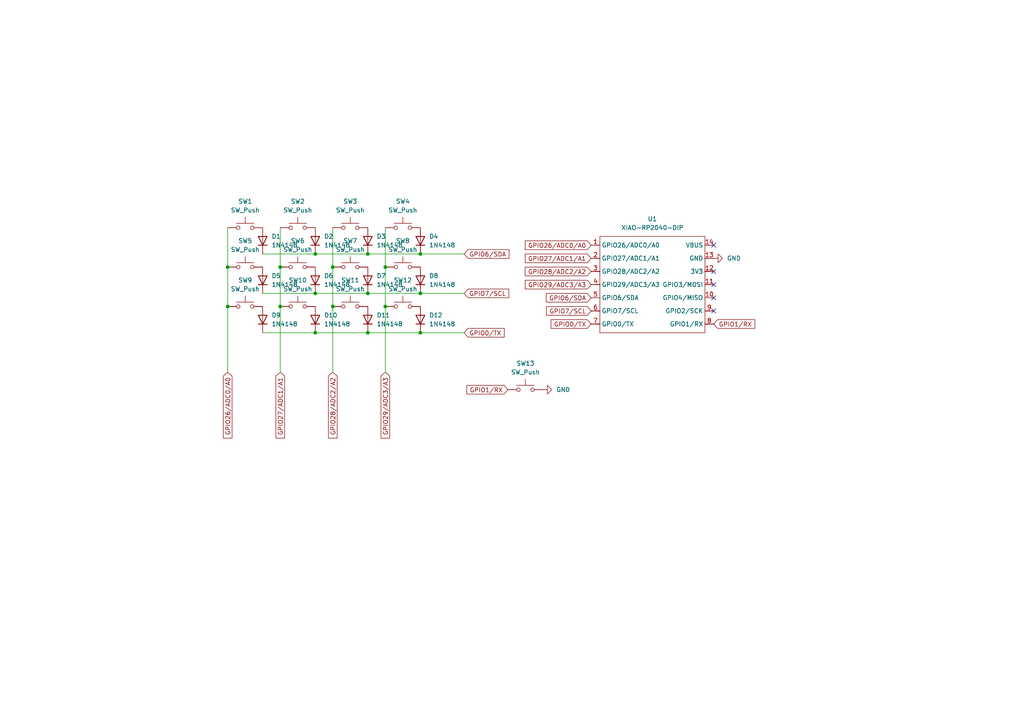
<source format=kicad_sch>
(kicad_sch
	(version 20250114)
	(generator "eeschema")
	(generator_version "9.0")
	(uuid "e9bf510c-f3d9-4773-a898-6fda7687b85d")
	(paper "A4")
	(lib_symbols
		(symbol "Diode:1N4148"
			(pin_numbers
				(hide yes)
			)
			(pin_names
				(hide yes)
			)
			(exclude_from_sim no)
			(in_bom yes)
			(on_board yes)
			(property "Reference" "D"
				(at 0 2.54 0)
				(effects
					(font
						(size 1.27 1.27)
					)
				)
			)
			(property "Value" "1N4148"
				(at 0 -2.54 0)
				(effects
					(font
						(size 1.27 1.27)
					)
				)
			)
			(property "Footprint" "Diode_THT:D_DO-35_SOD27_P7.62mm_Horizontal"
				(at 0 0 0)
				(effects
					(font
						(size 1.27 1.27)
					)
					(hide yes)
				)
			)
			(property "Datasheet" "https://assets.nexperia.com/documents/data-sheet/1N4148_1N4448.pdf"
				(at 0 0 0)
				(effects
					(font
						(size 1.27 1.27)
					)
					(hide yes)
				)
			)
			(property "Description" "100V 0.15A standard switching diode, DO-35"
				(at 0 0 0)
				(effects
					(font
						(size 1.27 1.27)
					)
					(hide yes)
				)
			)
			(property "Sim.Device" "D"
				(at 0 0 0)
				(effects
					(font
						(size 1.27 1.27)
					)
					(hide yes)
				)
			)
			(property "Sim.Pins" "1=K 2=A"
				(at 0 0 0)
				(effects
					(font
						(size 1.27 1.27)
					)
					(hide yes)
				)
			)
			(property "ki_keywords" "diode"
				(at 0 0 0)
				(effects
					(font
						(size 1.27 1.27)
					)
					(hide yes)
				)
			)
			(property "ki_fp_filters" "D*DO?35*"
				(at 0 0 0)
				(effects
					(font
						(size 1.27 1.27)
					)
					(hide yes)
				)
			)
			(symbol "1N4148_0_1"
				(polyline
					(pts
						(xy -1.27 1.27) (xy -1.27 -1.27)
					)
					(stroke
						(width 0.254)
						(type default)
					)
					(fill
						(type none)
					)
				)
				(polyline
					(pts
						(xy 1.27 1.27) (xy 1.27 -1.27) (xy -1.27 0) (xy 1.27 1.27)
					)
					(stroke
						(width 0.254)
						(type default)
					)
					(fill
						(type none)
					)
				)
				(polyline
					(pts
						(xy 1.27 0) (xy -1.27 0)
					)
					(stroke
						(width 0)
						(type default)
					)
					(fill
						(type none)
					)
				)
			)
			(symbol "1N4148_1_1"
				(pin passive line
					(at -3.81 0 0)
					(length 2.54)
					(name "K"
						(effects
							(font
								(size 1.27 1.27)
							)
						)
					)
					(number "1"
						(effects
							(font
								(size 1.27 1.27)
							)
						)
					)
				)
				(pin passive line
					(at 3.81 0 180)
					(length 2.54)
					(name "A"
						(effects
							(font
								(size 1.27 1.27)
							)
						)
					)
					(number "2"
						(effects
							(font
								(size 1.27 1.27)
							)
						)
					)
				)
			)
			(embedded_fonts no)
		)
		(symbol "Seeed_Studio_XIAO_Series:XIAO-RP2040-DIP"
			(exclude_from_sim no)
			(in_bom yes)
			(on_board yes)
			(property "Reference" "U"
				(at 0 0 0)
				(effects
					(font
						(size 1.27 1.27)
					)
				)
			)
			(property "Value" "XIAO-RP2040-DIP"
				(at 5.334 -1.778 0)
				(effects
					(font
						(size 1.27 1.27)
					)
				)
			)
			(property "Footprint" "Module:MOUDLE14P-XIAO-DIP-SMD"
				(at 14.478 -32.258 0)
				(effects
					(font
						(size 1.27 1.27)
					)
					(hide yes)
				)
			)
			(property "Datasheet" ""
				(at 0 0 0)
				(effects
					(font
						(size 1.27 1.27)
					)
					(hide yes)
				)
			)
			(property "Description" ""
				(at 0 0 0)
				(effects
					(font
						(size 1.27 1.27)
					)
					(hide yes)
				)
			)
			(symbol "XIAO-RP2040-DIP_1_0"
				(polyline
					(pts
						(xy -1.27 -2.54) (xy 29.21 -2.54)
					)
					(stroke
						(width 0.1524)
						(type solid)
					)
					(fill
						(type none)
					)
				)
				(polyline
					(pts
						(xy -1.27 -5.08) (xy -2.54 -5.08)
					)
					(stroke
						(width 0.1524)
						(type solid)
					)
					(fill
						(type none)
					)
				)
				(polyline
					(pts
						(xy -1.27 -5.08) (xy -1.27 -2.54)
					)
					(stroke
						(width 0.1524)
						(type solid)
					)
					(fill
						(type none)
					)
				)
				(polyline
					(pts
						(xy -1.27 -8.89) (xy -2.54 -8.89)
					)
					(stroke
						(width 0.1524)
						(type solid)
					)
					(fill
						(type none)
					)
				)
				(polyline
					(pts
						(xy -1.27 -8.89) (xy -1.27 -5.08)
					)
					(stroke
						(width 0.1524)
						(type solid)
					)
					(fill
						(type none)
					)
				)
				(polyline
					(pts
						(xy -1.27 -12.7) (xy -2.54 -12.7)
					)
					(stroke
						(width 0.1524)
						(type solid)
					)
					(fill
						(type none)
					)
				)
				(polyline
					(pts
						(xy -1.27 -12.7) (xy -1.27 -8.89)
					)
					(stroke
						(width 0.1524)
						(type solid)
					)
					(fill
						(type none)
					)
				)
				(polyline
					(pts
						(xy -1.27 -16.51) (xy -2.54 -16.51)
					)
					(stroke
						(width 0.1524)
						(type solid)
					)
					(fill
						(type none)
					)
				)
				(polyline
					(pts
						(xy -1.27 -16.51) (xy -1.27 -12.7)
					)
					(stroke
						(width 0.1524)
						(type solid)
					)
					(fill
						(type none)
					)
				)
				(polyline
					(pts
						(xy -1.27 -20.32) (xy -2.54 -20.32)
					)
					(stroke
						(width 0.1524)
						(type solid)
					)
					(fill
						(type none)
					)
				)
				(polyline
					(pts
						(xy -1.27 -24.13) (xy -2.54 -24.13)
					)
					(stroke
						(width 0.1524)
						(type solid)
					)
					(fill
						(type none)
					)
				)
				(polyline
					(pts
						(xy -1.27 -27.94) (xy -2.54 -27.94)
					)
					(stroke
						(width 0.1524)
						(type solid)
					)
					(fill
						(type none)
					)
				)
				(polyline
					(pts
						(xy -1.27 -30.48) (xy -1.27 -16.51)
					)
					(stroke
						(width 0.1524)
						(type solid)
					)
					(fill
						(type none)
					)
				)
				(polyline
					(pts
						(xy 29.21 -2.54) (xy 29.21 -5.08)
					)
					(stroke
						(width 0.1524)
						(type solid)
					)
					(fill
						(type none)
					)
				)
				(polyline
					(pts
						(xy 29.21 -5.08) (xy 29.21 -8.89)
					)
					(stroke
						(width 0.1524)
						(type solid)
					)
					(fill
						(type none)
					)
				)
				(polyline
					(pts
						(xy 29.21 -8.89) (xy 29.21 -12.7)
					)
					(stroke
						(width 0.1524)
						(type solid)
					)
					(fill
						(type none)
					)
				)
				(polyline
					(pts
						(xy 29.21 -12.7) (xy 29.21 -30.48)
					)
					(stroke
						(width 0.1524)
						(type solid)
					)
					(fill
						(type none)
					)
				)
				(polyline
					(pts
						(xy 29.21 -30.48) (xy -1.27 -30.48)
					)
					(stroke
						(width 0.1524)
						(type solid)
					)
					(fill
						(type none)
					)
				)
				(polyline
					(pts
						(xy 30.48 -5.08) (xy 29.21 -5.08)
					)
					(stroke
						(width 0.1524)
						(type solid)
					)
					(fill
						(type none)
					)
				)
				(polyline
					(pts
						(xy 30.48 -8.89) (xy 29.21 -8.89)
					)
					(stroke
						(width 0.1524)
						(type solid)
					)
					(fill
						(type none)
					)
				)
				(polyline
					(pts
						(xy 30.48 -12.7) (xy 29.21 -12.7)
					)
					(stroke
						(width 0.1524)
						(type solid)
					)
					(fill
						(type none)
					)
				)
				(polyline
					(pts
						(xy 30.48 -16.51) (xy 29.21 -16.51)
					)
					(stroke
						(width 0.1524)
						(type solid)
					)
					(fill
						(type none)
					)
				)
				(polyline
					(pts
						(xy 30.48 -20.32) (xy 29.21 -20.32)
					)
					(stroke
						(width 0.1524)
						(type solid)
					)
					(fill
						(type none)
					)
				)
				(polyline
					(pts
						(xy 30.48 -24.13) (xy 29.21 -24.13)
					)
					(stroke
						(width 0.1524)
						(type solid)
					)
					(fill
						(type none)
					)
				)
				(polyline
					(pts
						(xy 30.48 -27.94) (xy 29.21 -27.94)
					)
					(stroke
						(width 0.1524)
						(type solid)
					)
					(fill
						(type none)
					)
				)
				(pin passive line
					(at -3.81 -5.08 0)
					(length 2.54)
					(name "GPIO26/ADC0/A0"
						(effects
							(font
								(size 1.27 1.27)
							)
						)
					)
					(number "1"
						(effects
							(font
								(size 1.27 1.27)
							)
						)
					)
				)
				(pin passive line
					(at -3.81 -8.89 0)
					(length 2.54)
					(name "GPIO27/ADC1/A1"
						(effects
							(font
								(size 1.27 1.27)
							)
						)
					)
					(number "2"
						(effects
							(font
								(size 1.27 1.27)
							)
						)
					)
				)
				(pin passive line
					(at -3.81 -12.7 0)
					(length 2.54)
					(name "GPIO28/ADC2/A2"
						(effects
							(font
								(size 1.27 1.27)
							)
						)
					)
					(number "3"
						(effects
							(font
								(size 1.27 1.27)
							)
						)
					)
				)
				(pin passive line
					(at -3.81 -16.51 0)
					(length 2.54)
					(name "GPIO29/ADC3/A3"
						(effects
							(font
								(size 1.27 1.27)
							)
						)
					)
					(number "4"
						(effects
							(font
								(size 1.27 1.27)
							)
						)
					)
				)
				(pin passive line
					(at -3.81 -20.32 0)
					(length 2.54)
					(name "GPIO6/SDA"
						(effects
							(font
								(size 1.27 1.27)
							)
						)
					)
					(number "5"
						(effects
							(font
								(size 1.27 1.27)
							)
						)
					)
				)
				(pin passive line
					(at -3.81 -24.13 0)
					(length 2.54)
					(name "GPIO7/SCL"
						(effects
							(font
								(size 1.27 1.27)
							)
						)
					)
					(number "6"
						(effects
							(font
								(size 1.27 1.27)
							)
						)
					)
				)
				(pin passive line
					(at -3.81 -27.94 0)
					(length 2.54)
					(name "GPIO0/TX"
						(effects
							(font
								(size 1.27 1.27)
							)
						)
					)
					(number "7"
						(effects
							(font
								(size 1.27 1.27)
							)
						)
					)
				)
				(pin passive line
					(at 31.75 -5.08 180)
					(length 2.54)
					(name "VBUS"
						(effects
							(font
								(size 1.27 1.27)
							)
						)
					)
					(number "14"
						(effects
							(font
								(size 1.27 1.27)
							)
						)
					)
				)
				(pin passive line
					(at 31.75 -8.89 180)
					(length 2.54)
					(name "GND"
						(effects
							(font
								(size 1.27 1.27)
							)
						)
					)
					(number "13"
						(effects
							(font
								(size 1.27 1.27)
							)
						)
					)
				)
				(pin passive line
					(at 31.75 -12.7 180)
					(length 2.54)
					(name "3V3"
						(effects
							(font
								(size 1.27 1.27)
							)
						)
					)
					(number "12"
						(effects
							(font
								(size 1.27 1.27)
							)
						)
					)
				)
				(pin passive line
					(at 31.75 -16.51 180)
					(length 2.54)
					(name "GPIO3/MOSI"
						(effects
							(font
								(size 1.27 1.27)
							)
						)
					)
					(number "11"
						(effects
							(font
								(size 1.27 1.27)
							)
						)
					)
				)
				(pin passive line
					(at 31.75 -20.32 180)
					(length 2.54)
					(name "GPIO4/MISO"
						(effects
							(font
								(size 1.27 1.27)
							)
						)
					)
					(number "10"
						(effects
							(font
								(size 1.27 1.27)
							)
						)
					)
				)
				(pin passive line
					(at 31.75 -24.13 180)
					(length 2.54)
					(name "GPIO2/SCK"
						(effects
							(font
								(size 1.27 1.27)
							)
						)
					)
					(number "9"
						(effects
							(font
								(size 1.27 1.27)
							)
						)
					)
				)
				(pin passive line
					(at 31.75 -27.94 180)
					(length 2.54)
					(name "GPIO1/RX"
						(effects
							(font
								(size 1.27 1.27)
							)
						)
					)
					(number "8"
						(effects
							(font
								(size 1.27 1.27)
							)
						)
					)
				)
			)
			(embedded_fonts no)
		)
		(symbol "Switch:SW_Push"
			(pin_numbers
				(hide yes)
			)
			(pin_names
				(offset 1.016)
				(hide yes)
			)
			(exclude_from_sim no)
			(in_bom yes)
			(on_board yes)
			(property "Reference" "SW"
				(at 1.27 2.54 0)
				(effects
					(font
						(size 1.27 1.27)
					)
					(justify left)
				)
			)
			(property "Value" "SW_Push"
				(at 0 -1.524 0)
				(effects
					(font
						(size 1.27 1.27)
					)
				)
			)
			(property "Footprint" ""
				(at 0 5.08 0)
				(effects
					(font
						(size 1.27 1.27)
					)
					(hide yes)
				)
			)
			(property "Datasheet" "~"
				(at 0 5.08 0)
				(effects
					(font
						(size 1.27 1.27)
					)
					(hide yes)
				)
			)
			(property "Description" "Push button switch, generic, two pins"
				(at 0 0 0)
				(effects
					(font
						(size 1.27 1.27)
					)
					(hide yes)
				)
			)
			(property "ki_keywords" "switch normally-open pushbutton push-button"
				(at 0 0 0)
				(effects
					(font
						(size 1.27 1.27)
					)
					(hide yes)
				)
			)
			(symbol "SW_Push_0_1"
				(circle
					(center -2.032 0)
					(radius 0.508)
					(stroke
						(width 0)
						(type default)
					)
					(fill
						(type none)
					)
				)
				(polyline
					(pts
						(xy 0 1.27) (xy 0 3.048)
					)
					(stroke
						(width 0)
						(type default)
					)
					(fill
						(type none)
					)
				)
				(circle
					(center 2.032 0)
					(radius 0.508)
					(stroke
						(width 0)
						(type default)
					)
					(fill
						(type none)
					)
				)
				(polyline
					(pts
						(xy 2.54 1.27) (xy -2.54 1.27)
					)
					(stroke
						(width 0)
						(type default)
					)
					(fill
						(type none)
					)
				)
				(pin passive line
					(at -5.08 0 0)
					(length 2.54)
					(name "1"
						(effects
							(font
								(size 1.27 1.27)
							)
						)
					)
					(number "1"
						(effects
							(font
								(size 1.27 1.27)
							)
						)
					)
				)
				(pin passive line
					(at 5.08 0 180)
					(length 2.54)
					(name "2"
						(effects
							(font
								(size 1.27 1.27)
							)
						)
					)
					(number "2"
						(effects
							(font
								(size 1.27 1.27)
							)
						)
					)
				)
			)
			(embedded_fonts no)
		)
		(symbol "power:GND"
			(power)
			(pin_numbers
				(hide yes)
			)
			(pin_names
				(offset 0)
				(hide yes)
			)
			(exclude_from_sim no)
			(in_bom yes)
			(on_board yes)
			(property "Reference" "#PWR"
				(at 0 -6.35 0)
				(effects
					(font
						(size 1.27 1.27)
					)
					(hide yes)
				)
			)
			(property "Value" "GND"
				(at 0 -3.81 0)
				(effects
					(font
						(size 1.27 1.27)
					)
				)
			)
			(property "Footprint" ""
				(at 0 0 0)
				(effects
					(font
						(size 1.27 1.27)
					)
					(hide yes)
				)
			)
			(property "Datasheet" ""
				(at 0 0 0)
				(effects
					(font
						(size 1.27 1.27)
					)
					(hide yes)
				)
			)
			(property "Description" "Power symbol creates a global label with name \"GND\" , ground"
				(at 0 0 0)
				(effects
					(font
						(size 1.27 1.27)
					)
					(hide yes)
				)
			)
			(property "ki_keywords" "global power"
				(at 0 0 0)
				(effects
					(font
						(size 1.27 1.27)
					)
					(hide yes)
				)
			)
			(symbol "GND_0_1"
				(polyline
					(pts
						(xy 0 0) (xy 0 -1.27) (xy 1.27 -1.27) (xy 0 -2.54) (xy -1.27 -1.27) (xy 0 -1.27)
					)
					(stroke
						(width 0)
						(type default)
					)
					(fill
						(type none)
					)
				)
			)
			(symbol "GND_1_1"
				(pin power_in line
					(at 0 0 270)
					(length 0)
					(name "~"
						(effects
							(font
								(size 1.27 1.27)
							)
						)
					)
					(number "1"
						(effects
							(font
								(size 1.27 1.27)
							)
						)
					)
				)
			)
			(embedded_fonts no)
		)
	)
	(junction
		(at 121.92 85.09)
		(diameter 0)
		(color 0 0 0 0)
		(uuid "03d000ba-ce8e-4bb9-83bd-7c2fe72df58b")
	)
	(junction
		(at 111.76 77.47)
		(diameter 0)
		(color 0 0 0 0)
		(uuid "0d545bd9-568c-4401-9007-d165021649c4")
	)
	(junction
		(at 91.44 73.66)
		(diameter 0)
		(color 0 0 0 0)
		(uuid "490e0ea7-da57-43f8-b818-e8e79b6ee9bb")
	)
	(junction
		(at 106.68 85.09)
		(diameter 0)
		(color 0 0 0 0)
		(uuid "4b5e55eb-6e24-4412-9dbe-8f4d4680d221")
	)
	(junction
		(at 96.52 88.9)
		(diameter 0)
		(color 0 0 0 0)
		(uuid "4d934c74-33e1-4a18-8785-6123b3a0a958")
	)
	(junction
		(at 121.92 73.66)
		(diameter 0)
		(color 0 0 0 0)
		(uuid "6c1638f8-9072-40c6-9a9d-6912c98730dd")
	)
	(junction
		(at 66.04 77.47)
		(diameter 0)
		(color 0 0 0 0)
		(uuid "7f5b489e-5cc5-46db-b035-52318e30b019")
	)
	(junction
		(at 96.52 77.47)
		(diameter 0)
		(color 0 0 0 0)
		(uuid "87452202-8848-4fdb-8ea5-760b23814994")
	)
	(junction
		(at 111.76 88.9)
		(diameter 0)
		(color 0 0 0 0)
		(uuid "8b0bde0b-f57b-4894-83ac-20664b9d5e34")
	)
	(junction
		(at 91.44 96.52)
		(diameter 0)
		(color 0 0 0 0)
		(uuid "926e4ceb-ff48-4043-a6d6-300305b8ce67")
	)
	(junction
		(at 81.28 88.9)
		(diameter 0)
		(color 0 0 0 0)
		(uuid "a13f4177-3b2a-4f45-b926-66c0e7c9d47d")
	)
	(junction
		(at 106.68 96.52)
		(diameter 0)
		(color 0 0 0 0)
		(uuid "a67246e7-5bee-49c3-8f97-5d955336b0d1")
	)
	(junction
		(at 106.68 73.66)
		(diameter 0)
		(color 0 0 0 0)
		(uuid "b4bff6d9-72f9-43ec-b4de-3b2366fbf362")
	)
	(junction
		(at 66.04 88.9)
		(diameter 0)
		(color 0 0 0 0)
		(uuid "c0abaa1f-8692-4163-84fb-e04592a64a4b")
	)
	(junction
		(at 121.92 96.52)
		(diameter 0)
		(color 0 0 0 0)
		(uuid "c69ca07b-a537-40ee-abf2-a7c1548d5a3a")
	)
	(junction
		(at 91.44 85.09)
		(diameter 0)
		(color 0 0 0 0)
		(uuid "e5af4e4b-14fe-4036-8dc8-4a548cb03d28")
	)
	(junction
		(at 81.28 77.47)
		(diameter 0)
		(color 0 0 0 0)
		(uuid "f94ad63b-f09e-4364-b39f-d70148b9303c")
	)
	(no_connect
		(at 207.01 71.12)
		(uuid "3ff67fc4-55c8-48de-bb84-60683ee9e00d")
	)
	(no_connect
		(at 207.01 82.55)
		(uuid "a6f3c668-c5a0-4a55-a599-eaf3f677e0df")
	)
	(no_connect
		(at 207.01 86.36)
		(uuid "ca18cc40-d333-4d5d-a1b7-3c4d5c9dca5b")
	)
	(no_connect
		(at 207.01 78.74)
		(uuid "e426ede8-23c0-4226-afe4-2503adc51703")
	)
	(no_connect
		(at 207.01 90.17)
		(uuid "eef3d112-fcd2-49af-ada9-e941f7dbc6e6")
	)
	(wire
		(pts
			(xy 91.44 73.66) (xy 106.68 73.66)
		)
		(stroke
			(width 0)
			(type default)
		)
		(uuid "16f2454a-ba68-4b02-8c99-a0c5eba4623a")
	)
	(wire
		(pts
			(xy 66.04 66.04) (xy 66.04 77.47)
		)
		(stroke
			(width 0)
			(type default)
		)
		(uuid "17c2622f-4de5-4632-a36a-6ae5c2cab480")
	)
	(wire
		(pts
			(xy 76.2 73.66) (xy 91.44 73.66)
		)
		(stroke
			(width 0)
			(type default)
		)
		(uuid "28849b74-eaa3-41c0-ba12-fd9d3e8f81ba")
	)
	(wire
		(pts
			(xy 81.28 88.9) (xy 81.28 107.95)
		)
		(stroke
			(width 0)
			(type default)
		)
		(uuid "298cd17d-2b7b-422c-b344-7772f155558c")
	)
	(wire
		(pts
			(xy 66.04 88.9) (xy 66.04 107.95)
		)
		(stroke
			(width 0)
			(type default)
		)
		(uuid "342007b0-840a-422e-9edd-eb7ce1999335")
	)
	(wire
		(pts
			(xy 121.92 96.52) (xy 134.62 96.52)
		)
		(stroke
			(width 0)
			(type default)
		)
		(uuid "5a9d6629-b444-4b60-9184-046d63478a14")
	)
	(wire
		(pts
			(xy 96.52 77.47) (xy 96.52 88.9)
		)
		(stroke
			(width 0)
			(type default)
		)
		(uuid "5ea1595f-311c-48fa-bc3b-eb1f4a76bf13")
	)
	(wire
		(pts
			(xy 96.52 88.9) (xy 96.52 107.95)
		)
		(stroke
			(width 0)
			(type default)
		)
		(uuid "730db301-c143-44d9-840c-a53a34aef8eb")
	)
	(wire
		(pts
			(xy 106.68 85.09) (xy 121.92 85.09)
		)
		(stroke
			(width 0)
			(type default)
		)
		(uuid "765b02fd-c8a0-4667-9e16-9c4af8806cb2")
	)
	(wire
		(pts
			(xy 81.28 77.47) (xy 81.28 88.9)
		)
		(stroke
			(width 0)
			(type default)
		)
		(uuid "791abcc6-2fc9-46bc-9996-667fddcab107")
	)
	(wire
		(pts
			(xy 66.04 77.47) (xy 66.04 88.9)
		)
		(stroke
			(width 0)
			(type default)
		)
		(uuid "7e51d586-6ca3-4300-bc29-a29d0388720e")
	)
	(wire
		(pts
			(xy 91.44 96.52) (xy 106.68 96.52)
		)
		(stroke
			(width 0)
			(type default)
		)
		(uuid "89d91f80-6a2d-4106-8185-4c2012bb93c8")
	)
	(wire
		(pts
			(xy 106.68 96.52) (xy 121.92 96.52)
		)
		(stroke
			(width 0)
			(type default)
		)
		(uuid "8b6b73c2-e6c9-4563-a49f-6e4133f918e3")
	)
	(wire
		(pts
			(xy 76.2 96.52) (xy 91.44 96.52)
		)
		(stroke
			(width 0)
			(type default)
		)
		(uuid "99f4c2e7-4e59-44f0-be84-5f7e09368e45")
	)
	(wire
		(pts
			(xy 111.76 88.9) (xy 111.76 107.95)
		)
		(stroke
			(width 0)
			(type default)
		)
		(uuid "a407ffc1-620b-44e5-bfa0-c64ef8e31010")
	)
	(wire
		(pts
			(xy 134.62 73.66) (xy 121.92 73.66)
		)
		(stroke
			(width 0)
			(type default)
		)
		(uuid "ab38bc04-433e-43cc-8013-0ce43725a3ee")
	)
	(wire
		(pts
			(xy 96.52 66.04) (xy 96.52 77.47)
		)
		(stroke
			(width 0)
			(type default)
		)
		(uuid "b89ad1b9-105d-4b60-9437-f4b0f85f5e2d")
	)
	(wire
		(pts
			(xy 81.28 66.04) (xy 81.28 77.47)
		)
		(stroke
			(width 0)
			(type default)
		)
		(uuid "c43830ee-4ee2-46fb-a055-da9d025e7c6e")
	)
	(wire
		(pts
			(xy 106.68 73.66) (xy 121.92 73.66)
		)
		(stroke
			(width 0)
			(type default)
		)
		(uuid "e3057d52-d7b5-455a-8638-797e26ace9a1")
	)
	(wire
		(pts
			(xy 76.2 85.09) (xy 91.44 85.09)
		)
		(stroke
			(width 0)
			(type default)
		)
		(uuid "e59aabcd-9608-436b-8cad-23e8713db267")
	)
	(wire
		(pts
			(xy 111.76 77.47) (xy 111.76 88.9)
		)
		(stroke
			(width 0)
			(type default)
		)
		(uuid "eb43ec4a-aa47-4899-8a1f-1e850d355e53")
	)
	(wire
		(pts
			(xy 121.92 85.09) (xy 134.62 85.09)
		)
		(stroke
			(width 0)
			(type default)
		)
		(uuid "ed098bdb-419e-460b-9e60-c16a4f35f033")
	)
	(wire
		(pts
			(xy 111.76 66.04) (xy 111.76 77.47)
		)
		(stroke
			(width 0)
			(type default)
		)
		(uuid "f27edf3f-9c52-4d1b-93d8-e5c977e568cc")
	)
	(wire
		(pts
			(xy 91.44 85.09) (xy 106.68 85.09)
		)
		(stroke
			(width 0)
			(type default)
		)
		(uuid "fad08c4d-8de2-4afa-a20d-c775b0fd2d72")
	)
	(global_label "GPIO7/SCL"
		(shape input)
		(at 134.62 85.09 0)
		(effects
			(font
				(size 1.27 1.27)
			)
			(justify left)
		)
		(uuid "1d153a50-f13d-41fa-a80c-f79e3b9f3d7b")
		(property "Intersheetrefs" "${INTERSHEET_REFS}"
			(at 134.62 85.09 0)
			(effects
				(font
					(size 1.27 1.27)
				)
				(hide yes)
			)
		)
	)
	(global_label "GPIO29/ADC3/A3"
		(shape input)
		(at 171.45 82.55 180)
		(effects
			(font
				(size 1.27 1.27)
			)
			(justify right)
		)
		(uuid "35da8dce-d626-4939-8ac9-754083a8eb59")
		(property "Intersheetrefs" "${INTERSHEET_REFS}"
			(at 171.45 82.55 0)
			(effects
				(font
					(size 1.27 1.27)
				)
				(hide yes)
			)
		)
	)
	(global_label "GPIO6/SDA"
		(shape input)
		(at 134.62 73.66 0)
		(effects
			(font
				(size 1.27 1.27)
			)
			(justify left)
		)
		(uuid "45de0cf9-cbdf-4f56-8305-457a20822a33")
		(property "Intersheetrefs" "${INTERSHEET_REFS}"
			(at 134.62 73.66 0)
			(effects
				(font
					(size 1.27 1.27)
				)
				(hide yes)
			)
		)
	)
	(global_label "GPIO26/ADC0/A0"
		(shape input)
		(at 66.04 107.95 270)
		(effects
			(font
				(size 1.27 1.27)
			)
			(justify right)
		)
		(uuid "57bec382-8170-4fbc-9e29-81b75a51f9bf")
		(property "Intersheetrefs" "${INTERSHEET_REFS}"
			(at 66.04 107.95 90)
			(effects
				(font
					(size 1.27 1.27)
				)
				(hide yes)
			)
		)
	)
	(global_label "GPIO27/ADC1/A1"
		(shape input)
		(at 81.28 107.95 270)
		(effects
			(font
				(size 1.27 1.27)
			)
			(justify right)
		)
		(uuid "714f8fd1-159f-470d-8b36-0228f93d7450")
		(property "Intersheetrefs" "${INTERSHEET_REFS}"
			(at 81.28 107.95 90)
			(effects
				(font
					(size 1.27 1.27)
				)
				(hide yes)
			)
		)
	)
	(global_label "GPIO28/ADC2/A2"
		(shape input)
		(at 96.52 107.95 270)
		(effects
			(font
				(size 1.27 1.27)
			)
			(justify right)
		)
		(uuid "8cfd99aa-6589-4892-8212-a5c6338ac01d")
		(property "Intersheetrefs" "${INTERSHEET_REFS}"
			(at 96.52 107.95 90)
			(effects
				(font
					(size 1.27 1.27)
				)
				(hide yes)
			)
		)
	)
	(global_label "GPIO27/ADC1/A1"
		(shape input)
		(at 171.45 74.93 180)
		(effects
			(font
				(size 1.27 1.27)
			)
			(justify right)
		)
		(uuid "920cd0ec-b103-4e69-a78f-1efe5f1552bd")
		(property "Intersheetrefs" "${INTERSHEET_REFS}"
			(at 171.45 74.93 0)
			(effects
				(font
					(size 1.27 1.27)
				)
				(hide yes)
			)
		)
	)
	(global_label "GPIO1/RX"
		(shape input)
		(at 147.32 113.03 180)
		(effects
			(font
				(size 1.27 1.27)
			)
			(justify right)
		)
		(uuid "92e869e4-1387-43e4-844d-ea2acdb387a5")
		(property "Intersheetrefs" "${INTERSHEET_REFS}"
			(at 147.32 113.03 0)
			(effects
				(font
					(size 1.27 1.27)
				)
				(hide yes)
			)
		)
	)
	(global_label "GPIO6/SDA"
		(shape input)
		(at 171.45 86.36 180)
		(effects
			(font
				(size 1.27 1.27)
			)
			(justify right)
		)
		(uuid "9a73c8d5-f871-4a28-b278-6a4040fcf87e")
		(property "Intersheetrefs" "${INTERSHEET_REFS}"
			(at 171.45 86.36 0)
			(effects
				(font
					(size 1.27 1.27)
				)
				(hide yes)
			)
		)
	)
	(global_label "GPIO0/TX"
		(shape input)
		(at 134.62 96.52 0)
		(effects
			(font
				(size 1.27 1.27)
			)
			(justify left)
		)
		(uuid "b30bb2d8-9573-4404-8e66-a47f750b85b3")
		(property "Intersheetrefs" "${INTERSHEET_REFS}"
			(at 134.62 96.52 0)
			(effects
				(font
					(size 1.27 1.27)
				)
				(hide yes)
			)
		)
	)
	(global_label "GPIO28/ADC2/A2"
		(shape input)
		(at 171.45 78.74 180)
		(effects
			(font
				(size 1.27 1.27)
			)
			(justify right)
		)
		(uuid "cbb60d3b-855a-4c30-b50c-dcd5a74a02d0")
		(property "Intersheetrefs" "${INTERSHEET_REFS}"
			(at 171.45 78.74 0)
			(effects
				(font
					(size 1.27 1.27)
				)
				(hide yes)
			)
		)
	)
	(global_label "GPIO29/ADC3/A3"
		(shape input)
		(at 111.76 107.95 270)
		(effects
			(font
				(size 1.27 1.27)
			)
			(justify right)
		)
		(uuid "ce80321f-29e5-494b-8e04-49a9bcfcb3e8")
		(property "Intersheetrefs" "${INTERSHEET_REFS}"
			(at 111.76 107.95 90)
			(effects
				(font
					(size 1.27 1.27)
				)
				(hide yes)
			)
		)
	)
	(global_label "GPIO1/RX"
		(shape input)
		(at 207.01 93.98 0)
		(effects
			(font
				(size 1.27 1.27)
			)
			(justify left)
		)
		(uuid "e433dbfa-678c-46c6-b9bd-74faa148777c")
		(property "Intersheetrefs" "${INTERSHEET_REFS}"
			(at 207.01 93.98 0)
			(effects
				(font
					(size 1.27 1.27)
				)
				(hide yes)
			)
		)
	)
	(global_label "GPIO26/ADC0/A0"
		(shape input)
		(at 171.45 71.12 180)
		(effects
			(font
				(size 1.27 1.27)
			)
			(justify right)
		)
		(uuid "e8a009b5-9815-4732-8308-bb6009ac7fe3")
		(property "Intersheetrefs" "${INTERSHEET_REFS}"
			(at 171.45 71.12 0)
			(effects
				(font
					(size 1.27 1.27)
				)
				(hide yes)
			)
		)
	)
	(global_label "GPIO0/TX"
		(shape input)
		(at 171.45 93.98 180)
		(effects
			(font
				(size 1.27 1.27)
			)
			(justify right)
		)
		(uuid "ec884e77-faaa-4da3-9d59-08a30718ebe6")
		(property "Intersheetrefs" "${INTERSHEET_REFS}"
			(at 171.45 93.98 0)
			(effects
				(font
					(size 1.27 1.27)
				)
				(hide yes)
			)
		)
	)
	(global_label "GPIO7/SCL"
		(shape input)
		(at 171.45 90.17 180)
		(effects
			(font
				(size 1.27 1.27)
			)
			(justify right)
		)
		(uuid "f78bb3ec-4d44-4a59-9fab-a136d947a25f")
		(property "Intersheetrefs" "${INTERSHEET_REFS}"
			(at 171.45 90.17 0)
			(effects
				(font
					(size 1.27 1.27)
				)
				(hide yes)
			)
		)
	)
	(symbol
		(lib_id "Diode:1N4148")
		(at 121.92 92.71 90)
		(unit 1)
		(exclude_from_sim no)
		(in_bom yes)
		(on_board yes)
		(dnp no)
		(fields_autoplaced yes)
		(uuid "0e8355a8-e635-4c6e-9924-e183939d93a8")
		(property "Reference" "D12"
			(at 124.46 91.4399 90)
			(effects
				(font
					(size 1.27 1.27)
				)
				(justify right)
			)
		)
		(property "Value" "1N4148"
			(at 124.46 93.9799 90)
			(effects
				(font
					(size 1.27 1.27)
				)
				(justify right)
			)
		)
		(property "Footprint" "Diode_THT:D_DO-35_SOD27_P7.62mm_Horizontal"
			(at 121.92 92.71 0)
			(effects
				(font
					(size 1.27 1.27)
				)
				(hide yes)
			)
		)
		(property "Datasheet" "https://assets.nexperia.com/documents/data-sheet/1N4148_1N4448.pdf"
			(at 121.92 92.71 0)
			(effects
				(font
					(size 1.27 1.27)
				)
				(hide yes)
			)
		)
		(property "Description" "100V 0.15A standard switching diode, DO-35"
			(at 121.92 92.71 0)
			(effects
				(font
					(size 1.27 1.27)
				)
				(hide yes)
			)
		)
		(property "Sim.Device" "D"
			(at 121.92 92.71 0)
			(effects
				(font
					(size 1.27 1.27)
				)
				(hide yes)
			)
		)
		(property "Sim.Pins" "1=K 2=A"
			(at 121.92 92.71 0)
			(effects
				(font
					(size 1.27 1.27)
				)
				(hide yes)
			)
		)
		(pin "2"
			(uuid "88dff9ea-1212-44ac-a0d5-8b7d3c412bea")
		)
		(pin "1"
			(uuid "d5671195-c711-46ad-91a3-4bff77ece5d8")
		)
		(instances
			(project "ArrowPad"
				(path "/e9bf510c-f3d9-4773-a898-6fda7687b85d"
					(reference "D12")
					(unit 1)
				)
			)
		)
	)
	(symbol
		(lib_id "Switch:SW_Push")
		(at 86.36 66.04 0)
		(unit 1)
		(exclude_from_sim no)
		(in_bom yes)
		(on_board yes)
		(dnp no)
		(fields_autoplaced yes)
		(uuid "14277122-5855-4a76-a903-5ade7b0e7e47")
		(property "Reference" "SW2"
			(at 86.36 58.42 0)
			(effects
				(font
					(size 1.27 1.27)
				)
			)
		)
		(property "Value" "SW_Push"
			(at 86.36 60.96 0)
			(effects
				(font
					(size 1.27 1.27)
				)
			)
		)
		(property "Footprint" "Library:SW_Cherry_MX_1.00u_PCB WITH 3D"
			(at 86.36 60.96 0)
			(effects
				(font
					(size 1.27 1.27)
				)
				(hide yes)
			)
		)
		(property "Datasheet" "~"
			(at 86.36 60.96 0)
			(effects
				(font
					(size 1.27 1.27)
				)
				(hide yes)
			)
		)
		(property "Description" "Push button switch, generic, two pins"
			(at 86.36 66.04 0)
			(effects
				(font
					(size 1.27 1.27)
				)
				(hide yes)
			)
		)
		(pin "1"
			(uuid "2f474c83-0343-4f34-94cb-5e9281c95d5a")
		)
		(pin "2"
			(uuid "aab6a1eb-3643-4d02-afb3-e642d3228a8e")
		)
		(instances
			(project "ArrowPad"
				(path "/e9bf510c-f3d9-4773-a898-6fda7687b85d"
					(reference "SW2")
					(unit 1)
				)
			)
		)
	)
	(symbol
		(lib_id "Switch:SW_Push")
		(at 71.12 66.04 0)
		(unit 1)
		(exclude_from_sim no)
		(in_bom yes)
		(on_board yes)
		(dnp no)
		(fields_autoplaced yes)
		(uuid "1fad43f6-2e6e-40bf-92a4-214e6c1ab42e")
		(property "Reference" "SW1"
			(at 71.12 58.42 0)
			(effects
				(font
					(size 1.27 1.27)
				)
			)
		)
		(property "Value" "SW_Push"
			(at 71.12 60.96 0)
			(effects
				(font
					(size 1.27 1.27)
				)
			)
		)
		(property "Footprint" "Library:SW_Cherry_MX_1.00u_PCB WITH 3D"
			(at 71.12 60.96 0)
			(effects
				(font
					(size 1.27 1.27)
				)
				(hide yes)
			)
		)
		(property "Datasheet" "~"
			(at 71.12 60.96 0)
			(effects
				(font
					(size 1.27 1.27)
				)
				(hide yes)
			)
		)
		(property "Description" "Push button switch, generic, two pins"
			(at 71.12 66.04 0)
			(effects
				(font
					(size 1.27 1.27)
				)
				(hide yes)
			)
		)
		(pin "1"
			(uuid "88de13a3-59fa-42de-8833-2dca375e2dd9")
		)
		(pin "2"
			(uuid "1f23cf28-d9f4-47fd-8839-b94f0e72a360")
		)
		(instances
			(project ""
				(path "/e9bf510c-f3d9-4773-a898-6fda7687b85d"
					(reference "SW1")
					(unit 1)
				)
			)
		)
	)
	(symbol
		(lib_id "Switch:SW_Push")
		(at 101.6 88.9 0)
		(unit 1)
		(exclude_from_sim no)
		(in_bom yes)
		(on_board yes)
		(dnp no)
		(fields_autoplaced yes)
		(uuid "20d8ae8e-9dbd-4079-8bba-41f552be0e00")
		(property "Reference" "SW11"
			(at 101.6 81.28 0)
			(effects
				(font
					(size 1.27 1.27)
				)
			)
		)
		(property "Value" "SW_Push"
			(at 101.6 83.82 0)
			(effects
				(font
					(size 1.27 1.27)
				)
			)
		)
		(property "Footprint" "Library:SW_Cherry_MX_1.00u_PCB WITH 3D"
			(at 101.6 83.82 0)
			(effects
				(font
					(size 1.27 1.27)
				)
				(hide yes)
			)
		)
		(property "Datasheet" "~"
			(at 101.6 83.82 0)
			(effects
				(font
					(size 1.27 1.27)
				)
				(hide yes)
			)
		)
		(property "Description" "Push button switch, generic, two pins"
			(at 101.6 88.9 0)
			(effects
				(font
					(size 1.27 1.27)
				)
				(hide yes)
			)
		)
		(pin "1"
			(uuid "8c507d6c-57fb-4e12-ab3b-aab1eefd09bf")
		)
		(pin "2"
			(uuid "ee029e5e-1b63-475f-94c6-73677b6f4e5c")
		)
		(instances
			(project "ArrowPad"
				(path "/e9bf510c-f3d9-4773-a898-6fda7687b85d"
					(reference "SW11")
					(unit 1)
				)
			)
		)
	)
	(symbol
		(lib_id "Diode:1N4148")
		(at 91.44 81.28 90)
		(unit 1)
		(exclude_from_sim no)
		(in_bom yes)
		(on_board yes)
		(dnp no)
		(fields_autoplaced yes)
		(uuid "25556140-5673-4b4e-a42e-0885a5613a36")
		(property "Reference" "D6"
			(at 93.98 80.0099 90)
			(effects
				(font
					(size 1.27 1.27)
				)
				(justify right)
			)
		)
		(property "Value" "1N4148"
			(at 93.98 82.5499 90)
			(effects
				(font
					(size 1.27 1.27)
				)
				(justify right)
			)
		)
		(property "Footprint" "Diode_THT:D_DO-35_SOD27_P7.62mm_Horizontal"
			(at 91.44 81.28 0)
			(effects
				(font
					(size 1.27 1.27)
				)
				(hide yes)
			)
		)
		(property "Datasheet" "https://assets.nexperia.com/documents/data-sheet/1N4148_1N4448.pdf"
			(at 91.44 81.28 0)
			(effects
				(font
					(size 1.27 1.27)
				)
				(hide yes)
			)
		)
		(property "Description" "100V 0.15A standard switching diode, DO-35"
			(at 91.44 81.28 0)
			(effects
				(font
					(size 1.27 1.27)
				)
				(hide yes)
			)
		)
		(property "Sim.Device" "D"
			(at 91.44 81.28 0)
			(effects
				(font
					(size 1.27 1.27)
				)
				(hide yes)
			)
		)
		(property "Sim.Pins" "1=K 2=A"
			(at 91.44 81.28 0)
			(effects
				(font
					(size 1.27 1.27)
				)
				(hide yes)
			)
		)
		(pin "2"
			(uuid "f6c320a4-79f3-47b6-a46b-0059a3937650")
		)
		(pin "1"
			(uuid "d3172a85-496b-48d5-87b3-bd1cf48f0c8a")
		)
		(instances
			(project "ArrowPad"
				(path "/e9bf510c-f3d9-4773-a898-6fda7687b85d"
					(reference "D6")
					(unit 1)
				)
			)
		)
	)
	(symbol
		(lib_id "Diode:1N4148")
		(at 106.68 92.71 90)
		(unit 1)
		(exclude_from_sim no)
		(in_bom yes)
		(on_board yes)
		(dnp no)
		(fields_autoplaced yes)
		(uuid "2843785b-3947-4369-8e2d-280b20d53f53")
		(property "Reference" "D11"
			(at 109.22 91.4399 90)
			(effects
				(font
					(size 1.27 1.27)
				)
				(justify right)
			)
		)
		(property "Value" "1N4148"
			(at 109.22 93.9799 90)
			(effects
				(font
					(size 1.27 1.27)
				)
				(justify right)
			)
		)
		(property "Footprint" "Diode_THT:D_DO-35_SOD27_P7.62mm_Horizontal"
			(at 106.68 92.71 0)
			(effects
				(font
					(size 1.27 1.27)
				)
				(hide yes)
			)
		)
		(property "Datasheet" "https://assets.nexperia.com/documents/data-sheet/1N4148_1N4448.pdf"
			(at 106.68 92.71 0)
			(effects
				(font
					(size 1.27 1.27)
				)
				(hide yes)
			)
		)
		(property "Description" "100V 0.15A standard switching diode, DO-35"
			(at 106.68 92.71 0)
			(effects
				(font
					(size 1.27 1.27)
				)
				(hide yes)
			)
		)
		(property "Sim.Device" "D"
			(at 106.68 92.71 0)
			(effects
				(font
					(size 1.27 1.27)
				)
				(hide yes)
			)
		)
		(property "Sim.Pins" "1=K 2=A"
			(at 106.68 92.71 0)
			(effects
				(font
					(size 1.27 1.27)
				)
				(hide yes)
			)
		)
		(pin "2"
			(uuid "aaa55db4-1288-4f26-ae3d-fdcf93a81671")
		)
		(pin "1"
			(uuid "61608505-f0d7-4633-b6d7-d32e9c1c9c59")
		)
		(instances
			(project "ArrowPad"
				(path "/e9bf510c-f3d9-4773-a898-6fda7687b85d"
					(reference "D11")
					(unit 1)
				)
			)
		)
	)
	(symbol
		(lib_id "Diode:1N4148")
		(at 106.68 81.28 90)
		(unit 1)
		(exclude_from_sim no)
		(in_bom yes)
		(on_board yes)
		(dnp no)
		(fields_autoplaced yes)
		(uuid "3a829926-a066-4b82-bbda-cdeb14c90768")
		(property "Reference" "D7"
			(at 109.22 80.0099 90)
			(effects
				(font
					(size 1.27 1.27)
				)
				(justify right)
			)
		)
		(property "Value" "1N4148"
			(at 109.22 82.5499 90)
			(effects
				(font
					(size 1.27 1.27)
				)
				(justify right)
			)
		)
		(property "Footprint" "Diode_THT:D_DO-35_SOD27_P7.62mm_Horizontal"
			(at 106.68 81.28 0)
			(effects
				(font
					(size 1.27 1.27)
				)
				(hide yes)
			)
		)
		(property "Datasheet" "https://assets.nexperia.com/documents/data-sheet/1N4148_1N4448.pdf"
			(at 106.68 81.28 0)
			(effects
				(font
					(size 1.27 1.27)
				)
				(hide yes)
			)
		)
		(property "Description" "100V 0.15A standard switching diode, DO-35"
			(at 106.68 81.28 0)
			(effects
				(font
					(size 1.27 1.27)
				)
				(hide yes)
			)
		)
		(property "Sim.Device" "D"
			(at 106.68 81.28 0)
			(effects
				(font
					(size 1.27 1.27)
				)
				(hide yes)
			)
		)
		(property "Sim.Pins" "1=K 2=A"
			(at 106.68 81.28 0)
			(effects
				(font
					(size 1.27 1.27)
				)
				(hide yes)
			)
		)
		(pin "2"
			(uuid "c1447393-0fb6-4f31-9588-978dd236d189")
		)
		(pin "1"
			(uuid "eb9051d4-d0fe-4ea9-92d7-6f9e5a226194")
		)
		(instances
			(project "ArrowPad"
				(path "/e9bf510c-f3d9-4773-a898-6fda7687b85d"
					(reference "D7")
					(unit 1)
				)
			)
		)
	)
	(symbol
		(lib_id "Diode:1N4148")
		(at 121.92 81.28 90)
		(unit 1)
		(exclude_from_sim no)
		(in_bom yes)
		(on_board yes)
		(dnp no)
		(fields_autoplaced yes)
		(uuid "3a9b5abb-e1b3-49c0-9b9b-5e41fe40108f")
		(property "Reference" "D8"
			(at 124.46 80.0099 90)
			(effects
				(font
					(size 1.27 1.27)
				)
				(justify right)
			)
		)
		(property "Value" "1N4148"
			(at 124.46 82.5499 90)
			(effects
				(font
					(size 1.27 1.27)
				)
				(justify right)
			)
		)
		(property "Footprint" "Diode_THT:D_DO-35_SOD27_P7.62mm_Horizontal"
			(at 121.92 81.28 0)
			(effects
				(font
					(size 1.27 1.27)
				)
				(hide yes)
			)
		)
		(property "Datasheet" "https://assets.nexperia.com/documents/data-sheet/1N4148_1N4448.pdf"
			(at 121.92 81.28 0)
			(effects
				(font
					(size 1.27 1.27)
				)
				(hide yes)
			)
		)
		(property "Description" "100V 0.15A standard switching diode, DO-35"
			(at 121.92 81.28 0)
			(effects
				(font
					(size 1.27 1.27)
				)
				(hide yes)
			)
		)
		(property "Sim.Device" "D"
			(at 121.92 81.28 0)
			(effects
				(font
					(size 1.27 1.27)
				)
				(hide yes)
			)
		)
		(property "Sim.Pins" "1=K 2=A"
			(at 121.92 81.28 0)
			(effects
				(font
					(size 1.27 1.27)
				)
				(hide yes)
			)
		)
		(pin "2"
			(uuid "1a6677d7-1c58-49d5-a752-5bcc5b41ea15")
		)
		(pin "1"
			(uuid "8843da6b-fe5e-4bca-95ab-2140299ecee4")
		)
		(instances
			(project "ArrowPad"
				(path "/e9bf510c-f3d9-4773-a898-6fda7687b85d"
					(reference "D8")
					(unit 1)
				)
			)
		)
	)
	(symbol
		(lib_id "Diode:1N4148")
		(at 91.44 92.71 90)
		(unit 1)
		(exclude_from_sim no)
		(in_bom yes)
		(on_board yes)
		(dnp no)
		(fields_autoplaced yes)
		(uuid "436aab17-f6c4-443f-9809-51c46fc9c2c6")
		(property "Reference" "D10"
			(at 93.98 91.4399 90)
			(effects
				(font
					(size 1.27 1.27)
				)
				(justify right)
			)
		)
		(property "Value" "1N4148"
			(at 93.98 93.9799 90)
			(effects
				(font
					(size 1.27 1.27)
				)
				(justify right)
			)
		)
		(property "Footprint" "Diode_THT:D_DO-35_SOD27_P7.62mm_Horizontal"
			(at 91.44 92.71 0)
			(effects
				(font
					(size 1.27 1.27)
				)
				(hide yes)
			)
		)
		(property "Datasheet" "https://assets.nexperia.com/documents/data-sheet/1N4148_1N4448.pdf"
			(at 91.44 92.71 0)
			(effects
				(font
					(size 1.27 1.27)
				)
				(hide yes)
			)
		)
		(property "Description" "100V 0.15A standard switching diode, DO-35"
			(at 91.44 92.71 0)
			(effects
				(font
					(size 1.27 1.27)
				)
				(hide yes)
			)
		)
		(property "Sim.Device" "D"
			(at 91.44 92.71 0)
			(effects
				(font
					(size 1.27 1.27)
				)
				(hide yes)
			)
		)
		(property "Sim.Pins" "1=K 2=A"
			(at 91.44 92.71 0)
			(effects
				(font
					(size 1.27 1.27)
				)
				(hide yes)
			)
		)
		(pin "2"
			(uuid "e7cabc38-84dc-4974-bc9a-0744d44d9bed")
		)
		(pin "1"
			(uuid "7da31956-a96c-4c0a-906c-dfbbb264788e")
		)
		(instances
			(project "ArrowPad"
				(path "/e9bf510c-f3d9-4773-a898-6fda7687b85d"
					(reference "D10")
					(unit 1)
				)
			)
		)
	)
	(symbol
		(lib_id "Switch:SW_Push")
		(at 116.84 66.04 0)
		(unit 1)
		(exclude_from_sim no)
		(in_bom yes)
		(on_board yes)
		(dnp no)
		(fields_autoplaced yes)
		(uuid "50aff670-dfb4-4969-84b1-b00d8ffa358f")
		(property "Reference" "SW4"
			(at 116.84 58.42 0)
			(effects
				(font
					(size 1.27 1.27)
				)
			)
		)
		(property "Value" "SW_Push"
			(at 116.84 60.96 0)
			(effects
				(font
					(size 1.27 1.27)
				)
			)
		)
		(property "Footprint" "Library:SW_Cherry_MX_1.00u_PCB WITH 3D"
			(at 116.84 60.96 0)
			(effects
				(font
					(size 1.27 1.27)
				)
				(hide yes)
			)
		)
		(property "Datasheet" "~"
			(at 116.84 60.96 0)
			(effects
				(font
					(size 1.27 1.27)
				)
				(hide yes)
			)
		)
		(property "Description" "Push button switch, generic, two pins"
			(at 116.84 66.04 0)
			(effects
				(font
					(size 1.27 1.27)
				)
				(hide yes)
			)
		)
		(pin "1"
			(uuid "9280a5e8-f597-4642-80f9-bfa00f2d6b26")
		)
		(pin "2"
			(uuid "ea53f8db-12c7-40c4-9573-9e70d387b798")
		)
		(instances
			(project "ArrowPad"
				(path "/e9bf510c-f3d9-4773-a898-6fda7687b85d"
					(reference "SW4")
					(unit 1)
				)
			)
		)
	)
	(symbol
		(lib_id "Diode:1N4148")
		(at 91.44 69.85 90)
		(unit 1)
		(exclude_from_sim no)
		(in_bom yes)
		(on_board yes)
		(dnp no)
		(fields_autoplaced yes)
		(uuid "56c4a24e-1f8f-4ebd-a7b5-b8f836ee9e60")
		(property "Reference" "D2"
			(at 93.98 68.5799 90)
			(effects
				(font
					(size 1.27 1.27)
				)
				(justify right)
			)
		)
		(property "Value" "1N4148"
			(at 93.98 71.1199 90)
			(effects
				(font
					(size 1.27 1.27)
				)
				(justify right)
			)
		)
		(property "Footprint" "Diode_THT:D_DO-35_SOD27_P7.62mm_Horizontal"
			(at 91.44 69.85 0)
			(effects
				(font
					(size 1.27 1.27)
				)
				(hide yes)
			)
		)
		(property "Datasheet" "https://assets.nexperia.com/documents/data-sheet/1N4148_1N4448.pdf"
			(at 91.44 69.85 0)
			(effects
				(font
					(size 1.27 1.27)
				)
				(hide yes)
			)
		)
		(property "Description" "100V 0.15A standard switching diode, DO-35"
			(at 91.44 69.85 0)
			(effects
				(font
					(size 1.27 1.27)
				)
				(hide yes)
			)
		)
		(property "Sim.Device" "D"
			(at 91.44 69.85 0)
			(effects
				(font
					(size 1.27 1.27)
				)
				(hide yes)
			)
		)
		(property "Sim.Pins" "1=K 2=A"
			(at 91.44 69.85 0)
			(effects
				(font
					(size 1.27 1.27)
				)
				(hide yes)
			)
		)
		(pin "2"
			(uuid "b7d652ef-8a0e-4e31-8125-3b65f9fd4f1e")
		)
		(pin "1"
			(uuid "5a600ac9-9198-4973-8703-2fd1e3d6ac62")
		)
		(instances
			(project "ArrowPad"
				(path "/e9bf510c-f3d9-4773-a898-6fda7687b85d"
					(reference "D2")
					(unit 1)
				)
			)
		)
	)
	(symbol
		(lib_id "Diode:1N4148")
		(at 76.2 92.71 90)
		(unit 1)
		(exclude_from_sim no)
		(in_bom yes)
		(on_board yes)
		(dnp no)
		(fields_autoplaced yes)
		(uuid "7039878f-3f68-42a3-a422-00740ae03f7b")
		(property "Reference" "D9"
			(at 78.74 91.4399 90)
			(effects
				(font
					(size 1.27 1.27)
				)
				(justify right)
			)
		)
		(property "Value" "1N4148"
			(at 78.74 93.9799 90)
			(effects
				(font
					(size 1.27 1.27)
				)
				(justify right)
			)
		)
		(property "Footprint" "Diode_THT:D_DO-35_SOD27_P7.62mm_Horizontal"
			(at 76.2 92.71 0)
			(effects
				(font
					(size 1.27 1.27)
				)
				(hide yes)
			)
		)
		(property "Datasheet" "https://assets.nexperia.com/documents/data-sheet/1N4148_1N4448.pdf"
			(at 76.2 92.71 0)
			(effects
				(font
					(size 1.27 1.27)
				)
				(hide yes)
			)
		)
		(property "Description" "100V 0.15A standard switching diode, DO-35"
			(at 76.2 92.71 0)
			(effects
				(font
					(size 1.27 1.27)
				)
				(hide yes)
			)
		)
		(property "Sim.Device" "D"
			(at 76.2 92.71 0)
			(effects
				(font
					(size 1.27 1.27)
				)
				(hide yes)
			)
		)
		(property "Sim.Pins" "1=K 2=A"
			(at 76.2 92.71 0)
			(effects
				(font
					(size 1.27 1.27)
				)
				(hide yes)
			)
		)
		(pin "2"
			(uuid "20deebb8-5448-41bd-b77a-5f19a338334e")
		)
		(pin "1"
			(uuid "e2792646-edc9-446a-b432-e1efbe334e7d")
		)
		(instances
			(project "ArrowPad"
				(path "/e9bf510c-f3d9-4773-a898-6fda7687b85d"
					(reference "D9")
					(unit 1)
				)
			)
		)
	)
	(symbol
		(lib_id "Switch:SW_Push")
		(at 71.12 88.9 0)
		(unit 1)
		(exclude_from_sim no)
		(in_bom yes)
		(on_board yes)
		(dnp no)
		(fields_autoplaced yes)
		(uuid "74e84054-ed88-4dc3-ba55-615097fee384")
		(property "Reference" "SW9"
			(at 71.12 81.28 0)
			(effects
				(font
					(size 1.27 1.27)
				)
			)
		)
		(property "Value" "SW_Push"
			(at 71.12 83.82 0)
			(effects
				(font
					(size 1.27 1.27)
				)
			)
		)
		(property "Footprint" "Library:SW_Cherry_MX_1.00u_PCB WITH 3D"
			(at 71.12 83.82 0)
			(effects
				(font
					(size 1.27 1.27)
				)
				(hide yes)
			)
		)
		(property "Datasheet" "~"
			(at 71.12 83.82 0)
			(effects
				(font
					(size 1.27 1.27)
				)
				(hide yes)
			)
		)
		(property "Description" "Push button switch, generic, two pins"
			(at 71.12 88.9 0)
			(effects
				(font
					(size 1.27 1.27)
				)
				(hide yes)
			)
		)
		(pin "1"
			(uuid "da044c22-ac4a-47c2-888e-1c286f15d1d7")
		)
		(pin "2"
			(uuid "dfbc00c7-fddb-449f-bf05-f73d2418c602")
		)
		(instances
			(project "ArrowPad"
				(path "/e9bf510c-f3d9-4773-a898-6fda7687b85d"
					(reference "SW9")
					(unit 1)
				)
			)
		)
	)
	(symbol
		(lib_id "Seeed_Studio_XIAO_Series:XIAO-RP2040-DIP")
		(at 175.26 66.04 0)
		(unit 1)
		(exclude_from_sim no)
		(in_bom yes)
		(on_board yes)
		(dnp no)
		(fields_autoplaced yes)
		(uuid "75e6248e-cebc-4ca6-a74b-0affe3f40ce7")
		(property "Reference" "U1"
			(at 189.23 63.5 0)
			(effects
				(font
					(size 1.27 1.27)
				)
			)
		)
		(property "Value" "XIAO-RP2040-DIP"
			(at 189.23 66.04 0)
			(effects
				(font
					(size 1.27 1.27)
				)
			)
		)
		(property "Footprint" "seeed 2040:XIAO-RP2040-DIP"
			(at 189.738 98.298 0)
			(effects
				(font
					(size 1.27 1.27)
				)
				(hide yes)
			)
		)
		(property "Datasheet" ""
			(at 175.26 66.04 0)
			(effects
				(font
					(size 1.27 1.27)
				)
				(hide yes)
			)
		)
		(property "Description" ""
			(at 175.26 66.04 0)
			(effects
				(font
					(size 1.27 1.27)
				)
				(hide yes)
			)
		)
		(pin "7"
			(uuid "270b8c37-afa8-4adf-ba4a-1f628c8d8d97")
		)
		(pin "9"
			(uuid "88736ee1-3d77-4686-aee7-b04203d9acb9")
		)
		(pin "14"
			(uuid "7ca904bc-16f0-4fbc-ab09-4cea2039b5b2")
		)
		(pin "1"
			(uuid "b771b1c1-40bb-40e1-a180-126d292ba297")
		)
		(pin "2"
			(uuid "54a06543-0a19-49ac-8d6e-01bc578b99f6")
		)
		(pin "6"
			(uuid "220c7cef-d27d-4575-aec9-c3cf315eda15")
		)
		(pin "13"
			(uuid "8bbfea36-5153-428e-ad91-65669f1d1f50")
		)
		(pin "12"
			(uuid "a1a61564-ca20-4d4a-be4c-9ce9a57531d4")
		)
		(pin "11"
			(uuid "9d2d7b50-efcb-4b49-af4e-c8682026b64a")
		)
		(pin "5"
			(uuid "120d5635-cc82-4b9d-bd7e-c02b7f624576")
		)
		(pin "3"
			(uuid "d325980e-652c-4a4e-a463-7e90a23f74e5")
		)
		(pin "4"
			(uuid "30bce141-9758-4fff-9b87-e1c900f98d91")
		)
		(pin "10"
			(uuid "e6f35cac-5446-4624-a23b-e426234853bb")
		)
		(pin "8"
			(uuid "fd3f9dbf-69fd-4140-b8b8-c541d9f4124b")
		)
		(instances
			(project ""
				(path "/e9bf510c-f3d9-4773-a898-6fda7687b85d"
					(reference "U1")
					(unit 1)
				)
			)
		)
	)
	(symbol
		(lib_id "Switch:SW_Push")
		(at 86.36 77.47 0)
		(unit 1)
		(exclude_from_sim no)
		(in_bom yes)
		(on_board yes)
		(dnp no)
		(fields_autoplaced yes)
		(uuid "7c1edf39-3344-440a-99ba-70b73a8f4fd5")
		(property "Reference" "SW6"
			(at 86.36 69.85 0)
			(effects
				(font
					(size 1.27 1.27)
				)
			)
		)
		(property "Value" "SW_Push"
			(at 86.36 72.39 0)
			(effects
				(font
					(size 1.27 1.27)
				)
			)
		)
		(property "Footprint" "Library:SW_Cherry_MX_1.00u_PCB WITH 3D"
			(at 86.36 72.39 0)
			(effects
				(font
					(size 1.27 1.27)
				)
				(hide yes)
			)
		)
		(property "Datasheet" "~"
			(at 86.36 72.39 0)
			(effects
				(font
					(size 1.27 1.27)
				)
				(hide yes)
			)
		)
		(property "Description" "Push button switch, generic, two pins"
			(at 86.36 77.47 0)
			(effects
				(font
					(size 1.27 1.27)
				)
				(hide yes)
			)
		)
		(pin "1"
			(uuid "b6bec784-291f-4b8e-a383-5bef8debd79a")
		)
		(pin "2"
			(uuid "8f96e6e4-9cb1-41aa-8bb8-35ffe0ec52fe")
		)
		(instances
			(project "ArrowPad"
				(path "/e9bf510c-f3d9-4773-a898-6fda7687b85d"
					(reference "SW6")
					(unit 1)
				)
			)
		)
	)
	(symbol
		(lib_id "Switch:SW_Push")
		(at 101.6 77.47 0)
		(unit 1)
		(exclude_from_sim no)
		(in_bom yes)
		(on_board yes)
		(dnp no)
		(fields_autoplaced yes)
		(uuid "9507fa7d-af2c-4ee8-8e2d-e3add331dba8")
		(property "Reference" "SW7"
			(at 101.6 69.85 0)
			(effects
				(font
					(size 1.27 1.27)
				)
			)
		)
		(property "Value" "SW_Push"
			(at 101.6 72.39 0)
			(effects
				(font
					(size 1.27 1.27)
				)
			)
		)
		(property "Footprint" "Library:SW_Cherry_MX_1.00u_PCB WITH 3D"
			(at 101.6 72.39 0)
			(effects
				(font
					(size 1.27 1.27)
				)
				(hide yes)
			)
		)
		(property "Datasheet" "~"
			(at 101.6 72.39 0)
			(effects
				(font
					(size 1.27 1.27)
				)
				(hide yes)
			)
		)
		(property "Description" "Push button switch, generic, two pins"
			(at 101.6 77.47 0)
			(effects
				(font
					(size 1.27 1.27)
				)
				(hide yes)
			)
		)
		(pin "1"
			(uuid "c485f491-a982-43b2-9568-22bb9a9a6a39")
		)
		(pin "2"
			(uuid "a0a6bb34-4858-4d56-945b-ea28bdf51c40")
		)
		(instances
			(project "ArrowPad"
				(path "/e9bf510c-f3d9-4773-a898-6fda7687b85d"
					(reference "SW7")
					(unit 1)
				)
			)
		)
	)
	(symbol
		(lib_id "Switch:SW_Push")
		(at 116.84 77.47 0)
		(unit 1)
		(exclude_from_sim no)
		(in_bom yes)
		(on_board yes)
		(dnp no)
		(fields_autoplaced yes)
		(uuid "9fedb5e9-d1ad-4932-886f-add1b7f88268")
		(property "Reference" "SW8"
			(at 116.84 69.85 0)
			(effects
				(font
					(size 1.27 1.27)
				)
			)
		)
		(property "Value" "SW_Push"
			(at 116.84 72.39 0)
			(effects
				(font
					(size 1.27 1.27)
				)
			)
		)
		(property "Footprint" "Library:SW_Cherry_MX_1.00u_PCB WITH 3D"
			(at 116.84 72.39 0)
			(effects
				(font
					(size 1.27 1.27)
				)
				(hide yes)
			)
		)
		(property "Datasheet" "~"
			(at 116.84 72.39 0)
			(effects
				(font
					(size 1.27 1.27)
				)
				(hide yes)
			)
		)
		(property "Description" "Push button switch, generic, two pins"
			(at 116.84 77.47 0)
			(effects
				(font
					(size 1.27 1.27)
				)
				(hide yes)
			)
		)
		(pin "1"
			(uuid "68fcce9f-f87f-4ce2-b81e-816f07461735")
		)
		(pin "2"
			(uuid "0615b263-d4e3-4b16-bef6-7f287647a823")
		)
		(instances
			(project "ArrowPad"
				(path "/e9bf510c-f3d9-4773-a898-6fda7687b85d"
					(reference "SW8")
					(unit 1)
				)
			)
		)
	)
	(symbol
		(lib_id "power:GND")
		(at 207.01 74.93 90)
		(unit 1)
		(exclude_from_sim no)
		(in_bom yes)
		(on_board yes)
		(dnp no)
		(fields_autoplaced yes)
		(uuid "a57d4370-fff8-4da2-b374-8f9e191b86c1")
		(property "Reference" "#PWR02"
			(at 213.36 74.93 0)
			(effects
				(font
					(size 1.27 1.27)
				)
				(hide yes)
			)
		)
		(property "Value" "GND"
			(at 210.82 74.9299 90)
			(effects
				(font
					(size 1.27 1.27)
				)
				(justify right)
			)
		)
		(property "Footprint" ""
			(at 207.01 74.93 0)
			(effects
				(font
					(size 1.27 1.27)
				)
				(hide yes)
			)
		)
		(property "Datasheet" ""
			(at 207.01 74.93 0)
			(effects
				(font
					(size 1.27 1.27)
				)
				(hide yes)
			)
		)
		(property "Description" "Power symbol creates a global label with name \"GND\" , ground"
			(at 207.01 74.93 0)
			(effects
				(font
					(size 1.27 1.27)
				)
				(hide yes)
			)
		)
		(pin "1"
			(uuid "8f0cf076-9082-4849-aa4e-f0359300aaf8")
		)
		(instances
			(project "ArrowPad"
				(path "/e9bf510c-f3d9-4773-a898-6fda7687b85d"
					(reference "#PWR02")
					(unit 1)
				)
			)
		)
	)
	(symbol
		(lib_id "Diode:1N4148")
		(at 106.68 69.85 90)
		(unit 1)
		(exclude_from_sim no)
		(in_bom yes)
		(on_board yes)
		(dnp no)
		(fields_autoplaced yes)
		(uuid "bb2dc513-3ac4-47c1-91e4-da251f4aa889")
		(property "Reference" "D3"
			(at 109.22 68.5799 90)
			(effects
				(font
					(size 1.27 1.27)
				)
				(justify right)
			)
		)
		(property "Value" "1N4148"
			(at 109.22 71.1199 90)
			(effects
				(font
					(size 1.27 1.27)
				)
				(justify right)
			)
		)
		(property "Footprint" "Diode_THT:D_DO-35_SOD27_P7.62mm_Horizontal"
			(at 106.68 69.85 0)
			(effects
				(font
					(size 1.27 1.27)
				)
				(hide yes)
			)
		)
		(property "Datasheet" "https://assets.nexperia.com/documents/data-sheet/1N4148_1N4448.pdf"
			(at 106.68 69.85 0)
			(effects
				(font
					(size 1.27 1.27)
				)
				(hide yes)
			)
		)
		(property "Description" "100V 0.15A standard switching diode, DO-35"
			(at 106.68 69.85 0)
			(effects
				(font
					(size 1.27 1.27)
				)
				(hide yes)
			)
		)
		(property "Sim.Device" "D"
			(at 106.68 69.85 0)
			(effects
				(font
					(size 1.27 1.27)
				)
				(hide yes)
			)
		)
		(property "Sim.Pins" "1=K 2=A"
			(at 106.68 69.85 0)
			(effects
				(font
					(size 1.27 1.27)
				)
				(hide yes)
			)
		)
		(pin "2"
			(uuid "c277b861-839b-4abe-a6e3-3b069f68bc14")
		)
		(pin "1"
			(uuid "01549c53-0b7e-45fa-a9f0-a28c3435e1fd")
		)
		(instances
			(project "ArrowPad"
				(path "/e9bf510c-f3d9-4773-a898-6fda7687b85d"
					(reference "D3")
					(unit 1)
				)
			)
		)
	)
	(symbol
		(lib_id "Switch:SW_Push")
		(at 152.4 113.03 0)
		(unit 1)
		(exclude_from_sim no)
		(in_bom yes)
		(on_board yes)
		(dnp no)
		(fields_autoplaced yes)
		(uuid "c3d38359-23fa-47d7-889d-4a2dfbaccd9d")
		(property "Reference" "SW13"
			(at 152.4 105.41 0)
			(effects
				(font
					(size 1.27 1.27)
				)
			)
		)
		(property "Value" "SW_Push"
			(at 152.4 107.95 0)
			(effects
				(font
					(size 1.27 1.27)
				)
			)
		)
		(property "Footprint" "Library:SW_Cherry_MX_1.00u_PCB WITH 3D"
			(at 152.4 107.95 0)
			(effects
				(font
					(size 1.27 1.27)
				)
				(hide yes)
			)
		)
		(property "Datasheet" "~"
			(at 152.4 107.95 0)
			(effects
				(font
					(size 1.27 1.27)
				)
				(hide yes)
			)
		)
		(property "Description" "Push button switch, generic, two pins"
			(at 152.4 113.03 0)
			(effects
				(font
					(size 1.27 1.27)
				)
				(hide yes)
			)
		)
		(pin "1"
			(uuid "0360fdf2-924b-472c-b27c-740f21fb8e2c")
		)
		(pin "2"
			(uuid "f99e3496-4b6a-42d2-9523-00fd1650700f")
		)
		(instances
			(project "ArrowPad"
				(path "/e9bf510c-f3d9-4773-a898-6fda7687b85d"
					(reference "SW13")
					(unit 1)
				)
			)
		)
	)
	(symbol
		(lib_id "Diode:1N4148")
		(at 76.2 69.85 90)
		(unit 1)
		(exclude_from_sim no)
		(in_bom yes)
		(on_board yes)
		(dnp no)
		(fields_autoplaced yes)
		(uuid "c5d36f65-4b1f-49cf-9344-eb287239e0cc")
		(property "Reference" "D1"
			(at 78.74 68.5799 90)
			(effects
				(font
					(size 1.27 1.27)
				)
				(justify right)
			)
		)
		(property "Value" "1N4148"
			(at 78.74 71.1199 90)
			(effects
				(font
					(size 1.27 1.27)
				)
				(justify right)
			)
		)
		(property "Footprint" "Diode_THT:D_DO-35_SOD27_P7.62mm_Horizontal"
			(at 76.2 69.85 0)
			(effects
				(font
					(size 1.27 1.27)
				)
				(hide yes)
			)
		)
		(property "Datasheet" "https://assets.nexperia.com/documents/data-sheet/1N4148_1N4448.pdf"
			(at 76.2 69.85 0)
			(effects
				(font
					(size 1.27 1.27)
				)
				(hide yes)
			)
		)
		(property "Description" "100V 0.15A standard switching diode, DO-35"
			(at 76.2 69.85 0)
			(effects
				(font
					(size 1.27 1.27)
				)
				(hide yes)
			)
		)
		(property "Sim.Device" "D"
			(at 76.2 69.85 0)
			(effects
				(font
					(size 1.27 1.27)
				)
				(hide yes)
			)
		)
		(property "Sim.Pins" "1=K 2=A"
			(at 76.2 69.85 0)
			(effects
				(font
					(size 1.27 1.27)
				)
				(hide yes)
			)
		)
		(pin "2"
			(uuid "3bd016a5-ffb2-4724-896c-bd9d4f13e726")
		)
		(pin "1"
			(uuid "2a8f3243-0738-481c-b073-fbdc393e447e")
		)
		(instances
			(project ""
				(path "/e9bf510c-f3d9-4773-a898-6fda7687b85d"
					(reference "D1")
					(unit 1)
				)
			)
		)
	)
	(symbol
		(lib_id "Switch:SW_Push")
		(at 71.12 77.47 0)
		(unit 1)
		(exclude_from_sim no)
		(in_bom yes)
		(on_board yes)
		(dnp no)
		(fields_autoplaced yes)
		(uuid "cb7104d9-7a9f-4632-8437-ae2ef09ad885")
		(property "Reference" "SW5"
			(at 71.12 69.85 0)
			(effects
				(font
					(size 1.27 1.27)
				)
			)
		)
		(property "Value" "SW_Push"
			(at 71.12 72.39 0)
			(effects
				(font
					(size 1.27 1.27)
				)
			)
		)
		(property "Footprint" "Library:SW_Cherry_MX_1.00u_PCB WITH 3D"
			(at 71.12 72.39 0)
			(effects
				(font
					(size 1.27 1.27)
				)
				(hide yes)
			)
		)
		(property "Datasheet" "~"
			(at 71.12 72.39 0)
			(effects
				(font
					(size 1.27 1.27)
				)
				(hide yes)
			)
		)
		(property "Description" "Push button switch, generic, two pins"
			(at 71.12 77.47 0)
			(effects
				(font
					(size 1.27 1.27)
				)
				(hide yes)
			)
		)
		(pin "1"
			(uuid "879b486b-8f1c-47f0-8e84-1fdb8122a7b8")
		)
		(pin "2"
			(uuid "ac1a2a7b-4c11-41d8-9b65-4356a7de3764")
		)
		(instances
			(project "ArrowPad"
				(path "/e9bf510c-f3d9-4773-a898-6fda7687b85d"
					(reference "SW5")
					(unit 1)
				)
			)
		)
	)
	(symbol
		(lib_id "Switch:SW_Push")
		(at 116.84 88.9 0)
		(unit 1)
		(exclude_from_sim no)
		(in_bom yes)
		(on_board yes)
		(dnp no)
		(fields_autoplaced yes)
		(uuid "cec26ef7-6d57-436d-8649-182918f20b41")
		(property "Reference" "SW12"
			(at 116.84 81.28 0)
			(effects
				(font
					(size 1.27 1.27)
				)
			)
		)
		(property "Value" "SW_Push"
			(at 116.84 83.82 0)
			(effects
				(font
					(size 1.27 1.27)
				)
			)
		)
		(property "Footprint" "Library:SW_Cherry_MX_1.00u_PCB WITH 3D"
			(at 116.84 83.82 0)
			(effects
				(font
					(size 1.27 1.27)
				)
				(hide yes)
			)
		)
		(property "Datasheet" "~"
			(at 116.84 83.82 0)
			(effects
				(font
					(size 1.27 1.27)
				)
				(hide yes)
			)
		)
		(property "Description" "Push button switch, generic, two pins"
			(at 116.84 88.9 0)
			(effects
				(font
					(size 1.27 1.27)
				)
				(hide yes)
			)
		)
		(pin "1"
			(uuid "5424c3ae-ce47-44ba-aee0-13e6ea43038a")
		)
		(pin "2"
			(uuid "b25e75db-a3f9-4318-a5b0-8de2afeb14c1")
		)
		(instances
			(project "ArrowPad"
				(path "/e9bf510c-f3d9-4773-a898-6fda7687b85d"
					(reference "SW12")
					(unit 1)
				)
			)
		)
	)
	(symbol
		(lib_id "Switch:SW_Push")
		(at 86.36 88.9 0)
		(unit 1)
		(exclude_from_sim no)
		(in_bom yes)
		(on_board yes)
		(dnp no)
		(fields_autoplaced yes)
		(uuid "d96ee663-81ba-4385-9ea4-77993b15e08e")
		(property "Reference" "SW10"
			(at 86.36 81.28 0)
			(effects
				(font
					(size 1.27 1.27)
				)
			)
		)
		(property "Value" "SW_Push"
			(at 86.36 83.82 0)
			(effects
				(font
					(size 1.27 1.27)
				)
			)
		)
		(property "Footprint" "Library:SW_Cherry_MX_1.00u_PCB WITH 3D"
			(at 86.36 83.82 0)
			(effects
				(font
					(size 1.27 1.27)
				)
				(hide yes)
			)
		)
		(property "Datasheet" "~"
			(at 86.36 83.82 0)
			(effects
				(font
					(size 1.27 1.27)
				)
				(hide yes)
			)
		)
		(property "Description" "Push button switch, generic, two pins"
			(at 86.36 88.9 0)
			(effects
				(font
					(size 1.27 1.27)
				)
				(hide yes)
			)
		)
		(pin "1"
			(uuid "67fdd06e-0f52-4095-96a3-c5ab0aa7de9a")
		)
		(pin "2"
			(uuid "a0f237f2-27c1-4c68-8d99-f96ed4bbd2d4")
		)
		(instances
			(project "ArrowPad"
				(path "/e9bf510c-f3d9-4773-a898-6fda7687b85d"
					(reference "SW10")
					(unit 1)
				)
			)
		)
	)
	(symbol
		(lib_id "power:GND")
		(at 157.48 113.03 90)
		(unit 1)
		(exclude_from_sim no)
		(in_bom yes)
		(on_board yes)
		(dnp no)
		(fields_autoplaced yes)
		(uuid "dc91bf95-9a53-409a-944c-41f8912f0394")
		(property "Reference" "#PWR01"
			(at 163.83 113.03 0)
			(effects
				(font
					(size 1.27 1.27)
				)
				(hide yes)
			)
		)
		(property "Value" "GND"
			(at 161.29 113.0299 90)
			(effects
				(font
					(size 1.27 1.27)
				)
				(justify right)
			)
		)
		(property "Footprint" ""
			(at 157.48 113.03 0)
			(effects
				(font
					(size 1.27 1.27)
				)
				(hide yes)
			)
		)
		(property "Datasheet" ""
			(at 157.48 113.03 0)
			(effects
				(font
					(size 1.27 1.27)
				)
				(hide yes)
			)
		)
		(property "Description" "Power symbol creates a global label with name \"GND\" , ground"
			(at 157.48 113.03 0)
			(effects
				(font
					(size 1.27 1.27)
				)
				(hide yes)
			)
		)
		(pin "1"
			(uuid "c70c5ae2-5c12-45f9-912d-a73348ee7b12")
		)
		(instances
			(project ""
				(path "/e9bf510c-f3d9-4773-a898-6fda7687b85d"
					(reference "#PWR01")
					(unit 1)
				)
			)
		)
	)
	(symbol
		(lib_id "Switch:SW_Push")
		(at 101.6 66.04 0)
		(unit 1)
		(exclude_from_sim no)
		(in_bom yes)
		(on_board yes)
		(dnp no)
		(fields_autoplaced yes)
		(uuid "f634d01f-79e8-4f26-9237-5348a29c84e7")
		(property "Reference" "SW3"
			(at 101.6 58.42 0)
			(effects
				(font
					(size 1.27 1.27)
				)
			)
		)
		(property "Value" "SW_Push"
			(at 101.6 60.96 0)
			(effects
				(font
					(size 1.27 1.27)
				)
			)
		)
		(property "Footprint" "Library:SW_Cherry_MX_1.00u_PCB WITH 3D"
			(at 101.6 60.96 0)
			(effects
				(font
					(size 1.27 1.27)
				)
				(hide yes)
			)
		)
		(property "Datasheet" "~"
			(at 101.6 60.96 0)
			(effects
				(font
					(size 1.27 1.27)
				)
				(hide yes)
			)
		)
		(property "Description" "Push button switch, generic, two pins"
			(at 101.6 66.04 0)
			(effects
				(font
					(size 1.27 1.27)
				)
				(hide yes)
			)
		)
		(pin "1"
			(uuid "bb4f5337-d935-4458-bfc1-052df24cd4c1")
		)
		(pin "2"
			(uuid "103f1e44-c7b8-463a-9610-393e88223d17")
		)
		(instances
			(project "ArrowPad"
				(path "/e9bf510c-f3d9-4773-a898-6fda7687b85d"
					(reference "SW3")
					(unit 1)
				)
			)
		)
	)
	(symbol
		(lib_id "Diode:1N4148")
		(at 76.2 81.28 90)
		(unit 1)
		(exclude_from_sim no)
		(in_bom yes)
		(on_board yes)
		(dnp no)
		(fields_autoplaced yes)
		(uuid "fbd1da09-ad7f-4c5e-955c-4e7eb9b48932")
		(property "Reference" "D5"
			(at 78.74 80.0099 90)
			(effects
				(font
					(size 1.27 1.27)
				)
				(justify right)
			)
		)
		(property "Value" "1N4148"
			(at 78.74 82.5499 90)
			(effects
				(font
					(size 1.27 1.27)
				)
				(justify right)
			)
		)
		(property "Footprint" "Diode_THT:D_DO-35_SOD27_P7.62mm_Horizontal"
			(at 76.2 81.28 0)
			(effects
				(font
					(size 1.27 1.27)
				)
				(hide yes)
			)
		)
		(property "Datasheet" "https://assets.nexperia.com/documents/data-sheet/1N4148_1N4448.pdf"
			(at 76.2 81.28 0)
			(effects
				(font
					(size 1.27 1.27)
				)
				(hide yes)
			)
		)
		(property "Description" "100V 0.15A standard switching diode, DO-35"
			(at 76.2 81.28 0)
			(effects
				(font
					(size 1.27 1.27)
				)
				(hide yes)
			)
		)
		(property "Sim.Device" "D"
			(at 76.2 81.28 0)
			(effects
				(font
					(size 1.27 1.27)
				)
				(hide yes)
			)
		)
		(property "Sim.Pins" "1=K 2=A"
			(at 76.2 81.28 0)
			(effects
				(font
					(size 1.27 1.27)
				)
				(hide yes)
			)
		)
		(pin "2"
			(uuid "83051b26-8b1e-43cc-a8b0-748b9ee394b7")
		)
		(pin "1"
			(uuid "c4994ba6-cf02-4237-9110-6ba9df0d621b")
		)
		(instances
			(project "ArrowPad"
				(path "/e9bf510c-f3d9-4773-a898-6fda7687b85d"
					(reference "D5")
					(unit 1)
				)
			)
		)
	)
	(symbol
		(lib_id "Diode:1N4148")
		(at 121.92 69.85 90)
		(unit 1)
		(exclude_from_sim no)
		(in_bom yes)
		(on_board yes)
		(dnp no)
		(fields_autoplaced yes)
		(uuid "ff48088b-60fa-40c7-a8d9-da87ff7b70c3")
		(property "Reference" "D4"
			(at 124.46 68.5799 90)
			(effects
				(font
					(size 1.27 1.27)
				)
				(justify right)
			)
		)
		(property "Value" "1N4148"
			(at 124.46 71.1199 90)
			(effects
				(font
					(size 1.27 1.27)
				)
				(justify right)
			)
		)
		(property "Footprint" "Diode_THT:D_DO-35_SOD27_P7.62mm_Horizontal"
			(at 121.92 69.85 0)
			(effects
				(font
					(size 1.27 1.27)
				)
				(hide yes)
			)
		)
		(property "Datasheet" "https://assets.nexperia.com/documents/data-sheet/1N4148_1N4448.pdf"
			(at 121.92 69.85 0)
			(effects
				(font
					(size 1.27 1.27)
				)
				(hide yes)
			)
		)
		(property "Description" "100V 0.15A standard switching diode, DO-35"
			(at 121.92 69.85 0)
			(effects
				(font
					(size 1.27 1.27)
				)
				(hide yes)
			)
		)
		(property "Sim.Device" "D"
			(at 121.92 69.85 0)
			(effects
				(font
					(size 1.27 1.27)
				)
				(hide yes)
			)
		)
		(property "Sim.Pins" "1=K 2=A"
			(at 121.92 69.85 0)
			(effects
				(font
					(size 1.27 1.27)
				)
				(hide yes)
			)
		)
		(pin "2"
			(uuid "7c17c776-d343-40f2-8c56-3e7edfb3f65b")
		)
		(pin "1"
			(uuid "a8f0183f-2225-459b-94a3-4d49ac33eaf8")
		)
		(instances
			(project "ArrowPad"
				(path "/e9bf510c-f3d9-4773-a898-6fda7687b85d"
					(reference "D4")
					(unit 1)
				)
			)
		)
	)
	(sheet_instances
		(path "/"
			(page "1")
		)
	)
	(embedded_fonts no)
)

</source>
